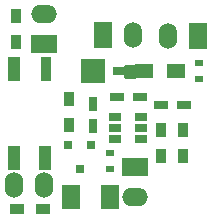
<source format=gbs>
G04 #@! TF.FileFunction,Soldermask,Bot*
%FSLAX46Y46*%
G04 Gerber Fmt 4.6, Leading zero omitted, Abs format (unit mm)*
G04 Created by KiCad (PCBNEW 0.201510241816+6277~30~ubuntu14.04.1-product) date 2015-10-26T15:41:35 CET*
%MOMM*%
G01*
G04 APERTURE LIST*
%ADD10C,0.100000*%
%ADD11R,1.200000X0.750000*%
%ADD12R,0.750000X1.200000*%
%ADD13R,2.000000X2.000000*%
%ADD14R,1.000000X0.726000*%
%ADD15R,0.700000X0.600000*%
%ADD16R,1.524000X2.032000*%
%ADD17R,1.060000X0.650000*%
%ADD18R,2.197100X1.524000*%
%ADD19O,2.197100X1.524000*%
%ADD20R,1.524000X2.197100*%
%ADD21O,1.524000X2.197100*%
%ADD22O,1.524000X2.200000*%
%ADD23R,1.500000X1.300000*%
%ADD24R,0.800100X0.800100*%
%ADD25R,0.900000X1.200000*%
%ADD26R,1.200000X0.900000*%
%ADD27R,0.899160X1.998980*%
%ADD28R,1.000760X1.998980*%
%ADD29C,0.254000*%
G04 APERTURE END LIST*
D10*
D11*
X102423000Y-66802000D03*
X100523000Y-66802000D03*
X106169500Y-67500500D03*
X104269500Y-67500500D03*
D12*
X98488500Y-69276000D03*
X98488500Y-67376000D03*
D13*
X98488500Y-64579500D03*
D14*
X100711000Y-64579500D03*
D15*
X99885500Y-71499500D03*
X99885500Y-72899500D03*
X107442000Y-63866800D03*
X107442000Y-65266800D03*
D16*
X99885500Y-75247500D03*
X96583500Y-75247500D03*
D17*
X102530000Y-68458000D03*
X102530000Y-69408000D03*
X102530000Y-70358000D03*
X100330000Y-70358000D03*
X100330000Y-68458000D03*
X100330000Y-69408000D03*
D18*
X101993700Y-72707500D03*
D19*
X101993700Y-75247500D03*
D18*
X94335600Y-62280800D03*
D19*
X94335600Y-59740800D03*
D20*
X99314000Y-61493400D03*
D21*
X101854000Y-61493400D03*
D20*
X107391200Y-61645800D03*
D21*
X104851200Y-61645800D03*
D22*
X94335600Y-74218800D03*
X91795600Y-74218800D03*
D23*
X102790000Y-64579500D03*
X105490000Y-64579500D03*
D24*
X96395500Y-70881240D03*
X98295500Y-70881240D03*
X97345500Y-72880220D03*
D25*
X96418400Y-69189600D03*
X96418400Y-66989600D03*
D26*
X92067200Y-76301600D03*
X94267200Y-76301600D03*
D25*
X91948000Y-59961600D03*
X91948000Y-62161600D03*
X104203500Y-69575500D03*
X104203500Y-71775500D03*
X106108500Y-69575500D03*
X106108500Y-71775500D03*
D27*
X94465140Y-64373760D03*
D28*
X91815920Y-64373760D03*
X91815920Y-71973440D03*
X94416880Y-71973440D03*
D29*
G36*
X102031800Y-65049400D02*
X101168200Y-65049400D01*
X101168200Y-64135000D01*
X102031800Y-64135000D01*
X102031800Y-65049400D01*
X102031800Y-65049400D01*
G37*
X102031800Y-65049400D02*
X101168200Y-65049400D01*
X101168200Y-64135000D01*
X102031800Y-64135000D01*
X102031800Y-65049400D01*
M02*

</source>
